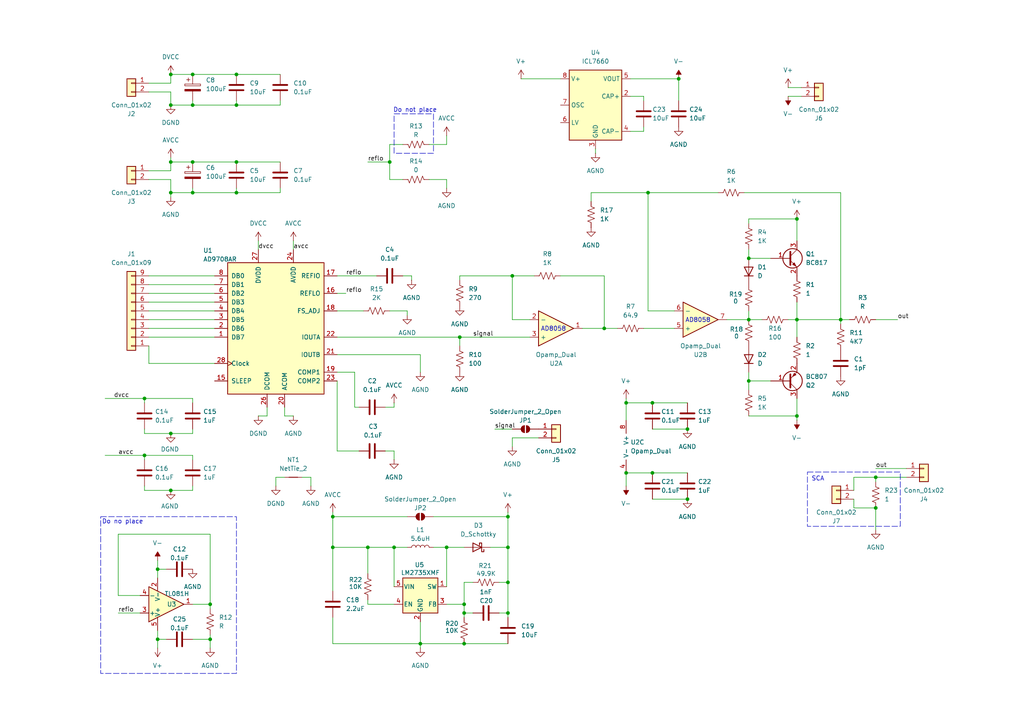
<source format=kicad_sch>
(kicad_sch (version 20231120) (generator "eeschema") (generator_version "8.0")
  (paper "A4")
  (title_block (title "Power Glitcher") (date "2024-12-08") (rev "3.0") (company "Carles Pey"))
  (junction (at 49.53 46.99))
  (junction (at 134.62 175.26))
  (junction (at 55.88 21.59))
  (junction (at 55.88 46.99))
  (junction (at 175.26 95.25))
  (junction (at 181.61 116.84))
  (junction (at 147.32 177.8))
  (junction (at 231.14 63.5))
  (junction (at 134.62 186.69))
  (junction (at 196.85 22.86))
  (junction (at 96.52 149.86))
  (junction (at 49.53 55.88))
  (junction (at 49.53 125.73))
  (junction (at 231.14 120.65))
  (junction (at 189.23 116.84))
  (junction (at 41.91 115.57))
  (junction (at 106.68 158.75))
  (junction (at 68.58 55.88))
  (junction (at 217.17 74.93))
  (junction (at 254 147.32))
  (junction (at 189.23 137.16))
  (junction (at 133.35 97.79))
  (junction (at 231.14 92.71))
  (junction (at 243.84 92.71))
  (junction (at 187.96 55.88))
  (junction (at 217.17 92.71))
  (junction (at 96.52 158.75))
  (junction (at 129.54 158.75))
  (junction (at 217.17 110.49))
  (junction (at 254 138.43))
  (junction (at 68.58 21.59))
  (junction (at 181.61 137.16))
  (junction (at 113.03 46.99))
  (junction (at 45.72 165.1))
  (junction (at 60.96 175.26))
  (junction (at 114.3 158.75))
  (junction (at 41.91 132.08))
  (junction (at 148.59 80.01))
  (junction (at 147.32 168.91))
  (junction (at 49.53 30.48))
  (junction (at 147.32 158.75))
  (junction (at 55.88 30.48))
  (junction (at 121.92 186.69))
  (junction (at 45.72 185.42))
  (junction (at 199.39 124.46))
  (junction (at 68.58 46.99))
  (junction (at 199.39 144.78))
  (junction (at 147.32 149.86))
  (junction (at 134.62 177.8))
  (junction (at 60.96 185.42))
  (junction (at 49.53 21.59))
  (junction (at 55.88 55.88))
  (junction (at 49.53 142.24))
  (junction (at 68.58 30.48))
  (wire (pts (xy 96.52 179.07) (xy 96.52 186.69)))
  (wire (pts (xy 45.72 185.42) (xy 48.26 185.42)))
  (wire (pts (xy 254 138.43) (xy 254 139.7)))
  (wire (pts (xy 90.17 140.97) (xy 90.17 138.43)))
  (wire (pts (xy 43.18 92.71) (xy 62.23 92.71)))
  (wire (pts (xy 228.6 25.4) (xy 232.41 25.4)))
  (wire (pts (xy 43.18 105.41) (xy 62.23 105.41)))
  (wire (pts (xy 134.62 179.07) (xy 134.62 177.8)))
  (wire (pts (xy 49.53 52.07) (xy 49.53 55.88)))
  (wire (pts (xy 49.53 24.13) (xy 49.53 21.59)))
  (wire (pts (xy 45.72 185.42) (xy 45.72 182.88)))
  (wire (pts (xy 111.76 118.11) (xy 114.3 118.11)))
  (wire (pts (xy 96.52 148.59) (xy 96.52 149.86)))
  (wire (pts (xy 49.53 49.53) (xy 43.18 49.53)))
  (wire (pts (xy 114.3 130.81) (xy 114.3 133.35)))
  (wire (pts (xy 134.62 186.69) (xy 147.32 186.69)))
  (wire (pts (xy 129.54 158.75) (xy 134.62 158.75)))
  (wire (pts (xy 134.62 175.26) (xy 134.62 177.8)))
  (wire (pts (xy 189.23 144.78) (xy 199.39 144.78)))
  (wire (pts (xy 82.55 120.65) (xy 82.55 118.11)))
  (wire (pts (xy 217.17 74.93) (xy 223.52 74.93)))
  (wire (pts (xy 181.61 137.16) (xy 181.61 140.97)))
  (wire (pts (xy 114.3 118.11) (xy 114.3 116.84)))
  (wire (pts (xy 60.96 154.94) (xy 60.96 175.26)))
  (wire (pts (xy 49.53 21.59) (xy 55.88 21.59)))
  (wire (pts (xy 113.03 90.17) (xy 118.11 90.17)))
  (wire (pts (xy 30.48 115.57) (xy 41.91 115.57)))
  (wire (pts (xy 55.88 142.24) (xy 55.88 140.97)))
  (wire (pts (xy 168.91 95.25) (xy 175.26 95.25)))
  (wire (pts (xy 129.54 158.75) (xy 129.54 170.18)))
  (wire (pts (xy 96.52 149.86) (xy 96.52 158.75)))
  (wire (pts (xy 187.96 55.88) (xy 208.28 55.88)))
  (wire (pts (xy 111.76 130.81) (xy 114.3 130.81)))
  (wire (pts (xy 133.35 81.28) (xy 133.35 80.01)))
  (wire (pts (xy 147.32 168.91) (xy 147.32 158.75)))
  (wire (pts (xy 43.18 90.17) (xy 62.23 90.17)))
  (wire (pts (xy 217.17 92.71) (xy 220.98 92.71)))
  (wire (pts (xy 55.88 55.88) (xy 68.58 55.88)))
  (wire (pts (xy 49.53 125.73) (xy 55.88 125.73)))
  (wire (pts (xy 113.03 46.99) (xy 113.03 52.07)))
  (wire (pts (xy 77.47 120.65) (xy 77.47 118.11)))
  (wire (pts (xy 171.45 58.42) (xy 171.45 55.88)))
  (wire (pts (xy 68.58 21.59) (xy 81.28 21.59)))
  (wire (pts (xy 68.58 30.48) (xy 81.28 30.48)))
  (wire (pts (xy 231.14 92.71) (xy 243.84 92.71)))
  (wire (pts (xy 217.17 63.5) (xy 217.17 64.77)))
  (wire (pts (xy 106.68 46.99) (xy 113.03 46.99)))
  (wire (pts (xy 41.91 133.35) (xy 41.91 132.08)))
  (wire (pts (xy 125.73 149.86) (xy 147.32 149.86)))
  (wire (pts (xy 41.91 125.73) (xy 49.53 125.73)))
  (wire (pts (xy 80.01 138.43) (xy 82.55 138.43)))
  (wire (pts (xy 85.09 120.65) (xy 82.55 120.65)))
  (wire (pts (xy 121.92 180.34) (xy 121.92 186.69)))
  (wire (pts (xy 254 147.32) (xy 254 153.67)))
  (wire (pts (xy 49.53 55.88) (xy 55.88 55.88)))
  (wire (pts (xy 254 138.43) (xy 262.89 138.43)))
  (wire (pts (xy 34.29 154.94) (xy 60.96 154.94)))
  (wire (pts (xy 80.01 138.43) (xy 80.01 140.97)))
  (wire (pts (xy 60.96 185.42) (xy 60.96 184.15)))
  (wire (pts (xy 74.93 120.65) (xy 77.47 120.65)))
  (wire (pts (xy 147.32 148.59) (xy 147.32 149.86)))
  (wire (pts (xy 231.14 121.92) (xy 231.14 120.65)))
  (wire (pts (xy 96.52 186.69) (xy 121.92 186.69)))
  (wire (pts (xy 40.64 172.72) (xy 34.29 172.72)))
  (wire (pts (xy 96.52 158.75) (xy 96.52 171.45)))
  (wire (pts (xy 85.09 69.85) (xy 85.09 72.39)))
  (wire (pts (xy 106.68 158.75) (xy 114.3 158.75)))
  (wire (pts (xy 34.29 177.8) (xy 40.64 177.8)))
  (wire (pts (xy 114.3 158.75) (xy 114.3 170.18)))
  (wire (pts (xy 49.53 46.99) (xy 55.88 46.99)))
  (wire (pts (xy 106.68 158.75) (xy 106.68 166.37)))
  (wire (pts (xy 217.17 90.17) (xy 217.17 92.71)))
  (wire (pts (xy 121.92 102.87) (xy 97.79 102.87)))
  (wire (pts (xy 55.88 125.73) (xy 55.88 124.46)))
  (wire (pts (xy 30.48 132.08) (xy 41.91 132.08)))
  (wire (pts (xy 124.46 52.07) (xy 129.54 52.07)))
  (wire (pts (xy 43.18 87.63) (xy 62.23 87.63)))
  (wire (pts (xy 41.91 124.46) (xy 41.91 125.73)))
  (wire (pts (xy 134.62 177.8) (xy 137.16 177.8)))
  (wire (pts (xy 49.53 46.99) (xy 49.53 49.53)))
  (wire (pts (xy 97.79 107.95) (xy 102.87 107.95)))
  (wire (pts (xy 144.78 168.91) (xy 147.32 168.91)))
  (wire (pts (xy 90.17 138.43) (xy 87.63 138.43)))
  (wire (pts (xy 45.72 162.56) (xy 45.72 165.1)))
  (wire (pts (xy 81.28 30.48) (xy 81.28 29.21)))
  (wire (pts (xy 55.88 54.61) (xy 55.88 55.88)))
  (wire (pts (xy 125.73 158.75) (xy 129.54 158.75)))
  (wire (pts (xy 228.6 92.71) (xy 231.14 92.71)))
  (wire (pts (xy 134.62 168.91) (xy 134.62 175.26)))
  (wire (pts (xy 182.88 22.86) (xy 196.85 22.86)))
  (wire (pts (xy 129.54 39.37) (xy 129.54 41.91)))
  (wire (pts (xy 134.62 168.91) (xy 137.16 168.91)))
  (wire (pts (xy 43.18 85.09) (xy 62.23 85.09)))
  (wire (pts (xy 49.53 30.48) (xy 55.88 30.48)))
  (wire (pts (xy 97.79 110.49) (xy 97.79 130.81)))
  (wire (pts (xy 189.23 124.46) (xy 199.39 124.46)))
  (wire (pts (xy 254 92.71) (xy 260.35 92.71)))
  (wire (pts (xy 45.72 165.1) (xy 48.26 165.1)))
  (wire (pts (xy 49.53 55.88) (xy 49.53 57.15)))
  (wire (pts (xy 232.41 27.94) (xy 228.6 27.94)))
  (wire (pts (xy 45.72 187.96) (xy 45.72 185.42)))
  (wire (pts (xy 231.14 92.71) (xy 231.14 97.79)))
  (wire (pts (xy 153.67 92.71) (xy 148.59 92.71)))
  (wire (pts (xy 162.56 80.01) (xy 175.26 80.01)))
  (wire (pts (xy 96.52 149.86) (xy 118.11 149.86)))
  (wire (pts (xy 231.14 63.5) (xy 217.17 63.5)))
  (wire (pts (xy 106.68 175.26) (xy 114.3 175.26)))
  (wire (pts (xy 181.61 116.84) (xy 181.61 121.92)))
  (wire (pts (xy 102.87 107.95) (xy 102.87 118.11)))
  (wire (pts (xy 49.53 45.72) (xy 49.53 46.99)))
  (wire (pts (xy 97.79 130.81) (xy 104.14 130.81)))
  (wire (pts (xy 113.03 41.91) (xy 113.03 46.99)))
  (wire (pts (xy 68.58 46.99) (xy 81.28 46.99)))
  (wire (pts (xy 147.32 177.8) (xy 144.78 177.8)))
  (wire (pts (xy 81.28 55.88) (xy 81.28 54.61)))
  (wire (pts (xy 68.58 30.48) (xy 68.58 29.21)))
  (wire (pts (xy 186.69 95.25) (xy 195.58 95.25)))
  (wire (pts (xy 68.58 55.88) (xy 81.28 55.88)))
  (wire (pts (xy 151.13 22.86) (xy 162.56 22.86)))
  (wire (pts (xy 43.18 80.01) (xy 62.23 80.01)))
  (wire (pts (xy 133.35 97.79) (xy 153.67 97.79)))
  (wire (pts (xy 55.88 29.21) (xy 55.88 30.48)))
  (wire (pts (xy 119.38 80.01) (xy 119.38 81.28)))
  (wire (pts (xy 215.9 55.88) (xy 243.84 55.88)))
  (wire (pts (xy 247.65 138.43) (xy 254 138.43)))
  (wire (pts (xy 118.11 90.17) (xy 118.11 91.44)))
  (wire (pts (xy 41.91 132.08) (xy 55.88 132.08)))
  (wire (pts (xy 243.84 92.71) (xy 246.38 92.71)))
  (wire (pts (xy 186.69 38.1) (xy 186.69 36.83)))
  (wire (pts (xy 182.88 27.94) (xy 186.69 27.94)))
  (wire (pts (xy 74.93 69.85) (xy 74.93 72.39)))
  (wire (pts (xy 147.32 179.07) (xy 147.32 177.8)))
  (wire (pts (xy 113.03 52.07) (xy 116.84 52.07)))
  (wire (pts (xy 254 135.89) (xy 262.89 135.89)))
  (wire (pts (xy 60.96 176.53) (xy 60.96 175.26)))
  (wire (pts (xy 55.88 21.59) (xy 68.58 21.59)))
  (wire (pts (xy 60.96 175.26) (xy 55.88 175.26)))
  (wire (pts (xy 243.84 92.71) (xy 243.84 93.98)))
  (wire (pts (xy 147.32 149.86) (xy 147.32 158.75)))
  (wire (pts (xy 148.59 127) (xy 156.21 127)))
  (wire (pts (xy 55.88 115.57) (xy 55.88 116.84)))
  (wire (pts (xy 217.17 72.39) (xy 217.17 74.93)))
  (wire (pts (xy 247.65 142.24) (xy 247.65 138.43)))
  (wire (pts (xy 68.58 55.88) (xy 68.58 54.61)))
  (wire (pts (xy 97.79 97.79) (xy 133.35 97.79)))
  (wire (pts (xy 231.14 120.65) (xy 231.14 115.57)))
  (wire (pts (xy 43.18 24.13) (xy 49.53 24.13)))
  (wire (pts (xy 43.18 26.67) (xy 49.53 26.67)))
  (wire (pts (xy 121.92 186.69) (xy 134.62 186.69)))
  (wire (pts (xy 49.53 26.67) (xy 49.53 30.48)))
  (wire (pts (xy 49.53 142.24) (xy 55.88 142.24)))
  (wire (pts (xy 217.17 120.65) (xy 231.14 120.65)))
  (wire (pts (xy 41.91 115.57) (xy 55.88 115.57)))
  (wire (pts (xy 96.52 158.75) (xy 106.68 158.75)))
  (wire (pts (xy 189.23 137.16) (xy 199.39 137.16)))
  (wire (pts (xy 43.18 100.33) (xy 43.18 105.41)))
  (wire (pts (xy 148.59 80.01) (xy 154.94 80.01)))
  (wire (pts (xy 121.92 107.95) (xy 121.92 102.87)))
  (wire (pts (xy 97.79 90.17) (xy 105.41 90.17)))
  (wire (pts (xy 181.61 116.84) (xy 189.23 116.84)))
  (wire (pts (xy 43.18 82.55) (xy 62.23 82.55)))
  (wire (pts (xy 148.59 129.54) (xy 148.59 127)))
  (wire (pts (xy 143.51 124.46) (xy 148.59 124.46)))
  (wire (pts (xy 210.82 92.71) (xy 217.17 92.71)))
  (wire (pts (xy 133.35 100.33) (xy 133.35 97.79)))
  (wire (pts (xy 45.72 165.1) (xy 45.72 167.64)))
  (wire (pts (xy 231.14 69.85) (xy 231.14 63.5)))
  (wire (pts (xy 182.88 38.1) (xy 186.69 38.1)))
  (wire (pts (xy 41.91 142.24) (xy 49.53 142.24)))
  (wire (pts (xy 181.61 137.16) (xy 189.23 137.16)))
  (wire (pts (xy 171.45 55.88) (xy 187.96 55.88)))
  (wire (pts (xy 217.17 107.95) (xy 217.17 110.49)))
  (wire (pts (xy 60.96 187.96) (xy 60.96 185.42)))
  (wire (pts (xy 41.91 116.84) (xy 41.91 115.57)))
  (wire (pts (xy 133.35 80.01) (xy 148.59 80.01)))
  (wire (pts (xy 34.29 172.72) (xy 34.29 154.94)))
  (wire (pts (xy 121.92 187.96) (xy 121.92 186.69)))
  (wire (pts (xy 231.14 87.63) (xy 231.14 92.71)))
  (wire (pts (xy 43.18 52.07) (xy 49.53 52.07)))
  (wire (pts (xy 43.18 95.25) (xy 62.23 95.25)))
  (wire (pts (xy 55.88 46.99) (xy 68.58 46.99)))
  (wire (pts (xy 113.03 41.91) (xy 116.84 41.91)))
  (wire (pts (xy 43.18 97.79) (xy 62.23 97.79)))
  (wire (pts (xy 172.72 44.45) (xy 172.72 43.18)))
  (wire (pts (xy 148.59 92.71) (xy 148.59 80.01)))
  (wire (pts (xy 116.84 80.01) (xy 119.38 80.01)))
  (wire (pts (xy 41.91 140.97) (xy 41.91 142.24)))
  (wire (pts (xy 243.84 92.71) (xy 243.84 55.88)))
  (wire (pts (xy 181.61 115.57) (xy 181.61 116.84)))
  (wire (pts (xy 124.46 41.91) (xy 129.54 41.91)))
  (wire (pts (xy 189.23 116.84) (xy 199.39 116.84)))
  (wire (pts (xy 175.26 80.01) (xy 175.26 95.25)))
  (wire (pts (xy 217.17 113.03) (xy 217.17 110.49)))
  (wire (pts (xy 147.32 168.91) (xy 147.32 177.8)))
  (wire (pts (xy 129.54 52.07) (xy 129.54 54.61)))
  (wire (pts (xy 196.85 22.86) (xy 196.85 29.21)))
  (wire (pts (xy 195.58 90.17) (xy 187.96 90.17)))
  (wire (pts (xy 129.54 175.26) (xy 134.62 175.26)))
  (wire (pts (xy 97.79 80.01) (xy 109.22 80.01)))
  (wire (pts (xy 55.88 30.48) (xy 68.58 30.48)))
  (wire (pts (xy 187.96 90.17) (xy 187.96 55.88)))
  (wire (pts (xy 247.65 144.78) (xy 247.65 147.32)))
  (wire (pts (xy 55.88 132.08) (xy 55.88 133.35)))
  (wire (pts (xy 247.65 147.32) (xy 254 147.32)))
  (wire (pts (xy 217.17 110.49) (xy 223.52 110.49)))
  (wire (pts (xy 186.69 27.94) (xy 186.69 29.21)))
  (wire (pts (xy 175.26 95.25) (xy 179.07 95.25)))
  (wire (pts (xy 97.79 85.09) (xy 100.33 85.09)))
  (wire (pts (xy 102.87 118.11) (xy 104.14 118.11)))
  (wire (pts (xy 114.3 158.75) (xy 118.11 158.75)))
  (wire (pts (xy 106.68 173.99) (xy 106.68 175.26)))
  (wire (pts (xy 142.24 158.75) (xy 147.32 158.75)))
  (wire (pts (xy 55.88 185.42) (xy 60.96 185.42)))
  (rectangle (start 29.21 149.86) (end 68.58 195.326) (stroke (width 0) (type dash)))
  (rectangle (start 114.3 33.02) (end 125.73 44.45) (stroke (width 0) (type dash)))
  (rectangle (start 234.188 136.906) (end 261.112 152.654) (stroke (width 0) (type dash)))
  (text "AD8058" (at 202.438 92.964 0) (effects (font (size 1.27 1.27))))
  (text "AD8058" (at 160.528 95.504 0) (effects (font (size 1.27 1.27))))
  (text "SCA\n" (at 237.236 138.938 0) (effects (font (size 1.27 1.27))))
  (text "Do not place" (at 120.396 32.004 0) (effects (font (size 1.27 1.27))))
  (text "Do no place" (at 35.56 151.384 0) (effects (font (size 1.27 1.27))))
  (label "dvcc" (at 74.93 72.39 0))
  (label "dvcc" (at 33.02 115.57 0))
  (label "signal" (at 143.51 124.46 0))
  (label "out" (at 260.35 92.71 0))
  (label "out" (at 254 135.89 0))
  (label "refio" (at 34.29 177.8 0))
  (label "reflo" (at 106.68 46.99 0))
  (label "refio" (at 100.33 80.01 0))
  (label "avcc" (at 34.29 132.08 0))
  (label "signal" (at 137.16 97.79 0))
  (label "avcc" (at 85.09 72.39 0))
  (label "reflo" (at 100.33 85.09 0))
  (symbol (lib_id "power:VCC") (at 85.09 69.85 0) (unit 1)
    (property "Reference" "#PWR010" (effects (hide yes)))
    (property "Value" "AVCC" (at 85.09 64.77 0))
    (property "Description" "Power symbol creates a global label with name \"VCC\"" (effects (hide yes)))
  )
  (symbol (lib_id "Device:C") (at 55.88 120.65 0) (unit 1)
    (property "Reference" "C15" (at 58.928 119.38 0) (effects (justify left)))
    (property "Value" "1uF" (at 58.928 121.92 0) (effects (justify left)))
    (property "Footprint" "Capacitor_SMD:C_0805_2012Metric" (effects (hide yes)))
    (property "Description" "Unpolarized capacitor" (effects (hide yes)))
  )
  (symbol (lib_id "power:GND") (at 49.53 142.24 0) (unit 1)
    (property "Reference" "#PWR031" (effects (hide yes)))
    (property "Value" "AGND" (at 49.276 146.812 0))
    (property "Description" "Power symbol creates a global label with name \"GND\" , ground" (effects (hide yes)))
  )
  (symbol (lib_id "Device:D") (at 217.17 78.74 90) (unit 1)
    (property "Reference" "D1" (at 219.71 77.4699 90) (effects (justify right)))
    (property "Value" "D" (at 219.71 80.0099 90) (effects (justify right)))
    (property "Footprint" "Diode_SMD:D_0805_2012Metric_Pad1.15x1.40mm_HandSolder" (effects (hide yes)))
    (property "Description" "Diode" (effects (hide yes)))
    (property "Sim.Device" "D" (effects (hide yes)))
    (property "Sim.Pins" "1=K 2=A" (effects (hide yes)))
  )
  (symbol (lib_id "Device:R_US") (at 217.17 96.52 180) (unit 1)
    (property "Reference" "R18" (at 213.614 95.504 0))
    (property "Value" "0" (at 213.614 97.536 0))
    (property "Footprint" "Resistor_SMD:R_0805_2012Metric" (effects (hide yes)))
    (property "Description" "Resistor, US symbol" (effects (hide yes)))
  )
  (symbol (lib_id "power:VCC") (at 114.3 116.84 0) (unit 1)
    (property "Reference" "#PWR014" (effects (hide yes)))
    (property "Value" "AVCC" (at 114.3 111.76 0))
    (property "Description" "Power symbol creates a global label with name \"VCC\"" (effects (hide yes)))
  )
  (symbol (lib_id "Device:R_US") (at 109.22 90.17 270) (unit 1)
    (property "Reference" "R15" (at 109.22 83.82 90))
    (property "Value" "2K" (at 109.22 86.36 90))
    (property "Footprint" "Resistor_SMD:R_0805_2012Metric" (effects (hide yes)))
    (property "Description" "Resistor, US symbol" (effects (hide yes)))
  )
  (symbol (lib_id "Transistor_BJT:BC817") (at 228.6 74.93 0) (unit 1)
    (property "Reference" "Q1" (at 233.68 73.6599 0) (effects (justify left)))
    (property "Value" "BC817" (at 233.68 76.1999 0) (effects (justify left)))
    (property "Footprint" "Package_TO_SOT_SMD:SOT-23" (effects (hide yes)))
    (property "Datasheet" "https://www.onsemi.com/pub/Collateral/BC818-D.pdf" (effects (hide yes)))
    (property "Description" "0.8A Ic, 45V Vce, NPN Transistor, SOT-23" (effects (hide yes)))
  )
  (symbol (lib_id "power:-15V") (at 45.72 162.56 0) (unit 1)
    (property "Reference" "#PWR017" (effects (hide yes)))
    (property "Value" "V-" (at 45.72 157.48 0))
    (property "Description" "Power symbol creates a global label with name \"-15V\"" (effects (hide yes)))
  )
  (symbol (lib_id "Device:C") (at 41.91 120.65 0) (unit 1)
    (property "Reference" "C14" (at 44.958 119.38 0) (effects (justify left)))
    (property "Value" "0.1uF" (at 44.958 121.92 0) (effects (justify left)))
    (property "Footprint" "Capacitor_SMD:C_0805_2012Metric" (effects (hide yes)))
    (property "Description" "Unpolarized capacitor" (effects (hide yes)))
  )
  (symbol (lib_id "Connector_Generic:Conn_01x02") (at 237.49 25.4 0) (unit 1)
    (property "Reference" "J6" (at 237.49 34.29 0))
    (property "Value" "Conn_01x02" (at 237.49 31.75 0))
    (property "Footprint" "Connector_PinHeader_2.54mm:PinHeader_1x02_P2.54mm_Vertical" (effects (hide yes)))
    (property "Description" "Generic connector, single row, 01x02, script generated (kicad-library-utils/schlib/autogen/connector/)" (effects (hide yes)))
  )
  (symbol (lib_id "Device:R_US") (at 140.97 168.91 90) (unit 1)
    (property "Reference" "R21" (at 140.716 164.084 90))
    (property "Value" "49.9K" (at 140.97 166.37 90))
    (property "Footprint" "Resistor_SMD:R_0805_2012Metric" (effects (hide yes)))
    (property "Description" "Resistor, US symbol" (effects (hide yes)))
  )
  (symbol (lib_id "power:+15V") (at 231.14 63.5 0) (unit 1)
    (property "Reference" "#PWR05" (effects (hide yes)))
    (property "Value" "V+" (at 231.14 58.42 0))
    (property "Description" "Power symbol creates a global label with name \"+15V\"" (effects (hide yes)))
  )
  (symbol (lib_id "power:GND") (at 133.35 88.9 0) (unit 1)
    (property "Reference" "#PWR02" (effects (hide yes)))
    (property "Value" "AGND" (at 133.35 93.98 0))
    (property "Description" "Power symbol creates a global label with name \"GND\" , ground" (effects (hide yes)))
  )
  (symbol (lib_id "power:VCC") (at 74.93 69.85 0) (unit 1)
    (property "Reference" "#PWR011" (effects (hide yes)))
    (property "Value" "DVCC" (at 74.93 64.77 0))
    (property "Description" "Power symbol creates a global label with name \"VCC\"" (effects (hide yes)))
  )
  (symbol (lib_id "Device:R_US") (at 224.79 92.71 90) (unit 1)
    (property "Reference" "R16" (at 224.79 95.25 90))
    (property "Value" "100" (at 224.79 97.79 90))
    (property "Footprint" "Resistor_SMD:R_0805_2012Metric" (effects (hide yes)))
    (property "Description" "Resistor, US symbol" (effects (hide yes)))
  )
  (symbol (lib_id "power:-15V") (at 196.85 22.86 0) (unit 1)
    (property "Reference" "#PWR033" (effects (hide yes)))
    (property "Value" "V-" (at 196.85 17.78 0))
    (property "Description" "Power symbol creates a global label with name \"-15V\"" (effects (hide yes)))
  )
  (symbol (lib_id "Connector_Generic:Conn_01x02") (at 267.97 135.89 0) (unit 1)
    (property "Reference" "J4" (at 267.97 144.78 0))
    (property "Value" "Conn_01x02" (at 267.97 142.24 0))
    (property "Footprint" "Connector_PinHeader_2.54mm:PinHeader_1x02_P2.54mm_Vertical" (effects (hide yes)))
    (property "Description" "Generic connector, single row, 01x02, script generated (kicad-library-utils/schlib/autogen/connector/)" (effects (hide yes)))
  )
  (symbol (lib_id "power:GND") (at 199.39 124.46 0) (unit 1)
    (property "Reference" "#PWR041" (effects (hide yes)))
    (property "Value" "AGND" (at 199.39 129.54 0))
    (property "Description" "Power symbol creates a global label with name \"GND\" , ground" (effects (hide yes)))
  )
  (symbol (lib_id "power:-15V") (at 231.14 121.92 180) (unit 1)
    (property "Reference" "#PWR04" (effects (hide yes)))
    (property "Value" "V-" (at 231.14 127 0))
    (property "Description" "Power symbol creates a global label with name \"-15V\"" (effects (hide yes)))
  )
  (symbol (lib_id "Device:C") (at 68.58 25.4 0) (unit 1)
    (property "Reference" "C9" (at 72.39 24.1299 0) (effects (justify left)))
    (property "Value" "10uF" (at 72.39 26.6699 0) (effects (justify left)))
    (property "Footprint" "Capacitor_SMD:C_1210_3225Metric" (effects (hide yes)))
    (property "Description" "Unpolarized capacitor" (effects (hide yes)))
  )
  (symbol (lib_id "Connector_Generic:Conn_01x02") (at 161.29 124.46 0) (unit 1)
    (property "Reference" "J5" (at 161.29 133.35 0))
    (property "Value" "Conn_01x02" (at 161.29 130.81 0))
    (property "Footprint" "Connector_PinHeader_2.54mm:PinHeader_1x02_P2.54mm_Vertical" (effects (hide yes)))
    (property "Description" "Generic connector, single row, 01x02, script generated (kicad-library-utils/schlib/autogen/connector/)" (effects (hide yes)))
  )
  (symbol (lib_id "Device:R_US") (at 217.17 86.36 180) (unit 1)
    (property "Reference" "R19" (at 213.36 85.344 0))
    (property "Value" "0" (at 213.36 87.376 0))
    (property "Footprint" "Resistor_SMD:R_0805_2012Metric" (effects (hide yes)))
    (property "Description" "Resistor, US symbol" (effects (hide yes)))
  )
  (symbol (lib_id "power:GND") (at 121.92 187.96 0) (unit 1)
    (property "Reference" "#PWR035" (effects (hide yes)))
    (property "Value" "AGND" (at 121.92 193.04 0))
    (property "Description" "Power symbol creates a global label with name \"GND\" , ground" (effects (hide yes)))
  )
  (symbol (lib_id "Device:C") (at 199.39 120.65 0) (unit 1)
    (property "Reference" "C13" (at 202.438 119.38 0) (effects (justify left)))
    (property "Value" "1uF" (at 202.438 121.92 0) (effects (justify left)))
    (property "Footprint" "Capacitor_SMD:C_0805_2012Metric" (effects (hide yes)))
    (property "Description" "Unpolarized capacitor" (effects (hide yes)))
  )
  (symbol (lib_id "Device:R_US") (at 171.45 62.23 180) (unit 1)
    (property "Reference" "R17" (at 173.99 60.9599 0) (effects (justify right)))
    (property "Value" "1K" (at 173.99 63.4999 0) (effects (justify right)))
    (property "Footprint" "Resistor_SMD:R_0805_2012Metric" (effects (hide yes)))
    (property "Description" "Resistor, US symbol" (effects (hide yes)))
  )
  (symbol (lib_id "Connector_Generic:Conn_01x02") (at 38.1 24.13 0) (mirror y) (unit 1)
    (property "Reference" "J2" (at 38.1 33.02 0))
    (property "Value" "Conn_01x02" (at 38.1 30.48 0))
    (property "Footprint" "Connector_PinHeader_2.54mm:PinHeader_1x02_P2.54mm_Vertical" (effects (hide yes)))
    (property "Description" "Generic connector, single row, 01x02, script generated (kicad-library-utils/schlib/autogen/connector/)" (effects (hide yes)))
  )
  (symbol (lib_id "power:GND") (at 133.35 107.95 0) (unit 1)
    (property "Reference" "#PWR01" (effects (hide yes)))
    (property "Value" "AGND" (at 133.35 113.03 0))
    (property "Description" "Power symbol creates a global label with name \"GND\" , ground" (effects (hide yes)))
  )
  (symbol (lib_id "power:GND") (at 55.88 165.1 0) (unit 1)
    (property "Reference" "#PWR028" (effects (hide yes)))
    (property "Value" "AGND" (at 55.88 170.18 0))
    (property "Description" "Power symbol creates a global label with name \"GND\" , ground" (effects (hide yes)))
  )
  (symbol (lib_id "Device:R_US") (at 60.96 180.34 180) (unit 1)
    (property "Reference" "R12" (at 63.5 179.0699 0) (effects (justify right)))
    (property "Value" "R" (at 63.5 181.6099 0) (effects (justify right)))
    (property "Footprint" "Resistor_SMD:R_0805_2012Metric" (effects (hide yes)))
    (property "Description" "Resistor, US symbol" (effects (hide yes)))
  )
  (symbol (lib_id "Amplifier_Operational:ADA4610-1xRJ") (at 48.26 175.26 0) (mirror x) (unit 1)
    (property "Reference" "U3" (at 49.784 175.26 0))
    (property "Value" "TL081H" (at 51.308 172.212 0))
    (property "Footprint" "Package_TO_SOT_SMD:SOT-23-5" (effects (hide yes)))
    (property "Datasheet" "https://www.analog.com/media/en/technical-documentation/data-sheets/ADA4610-1_4610-2_4610-4.pdf" (effects (hide yes)))
    (property "Description" "Low Noise, Precision, Rail-to-Rail Output, JFET Single Op Amp, SOT-23-5" (effects (hide yes)))
  )
  (symbol (lib_id "power:GND") (at 196.85 36.83 0) (unit 1)
    (property "Reference" "#PWR044" (effects (hide yes)))
    (property "Value" "AGND" (at 196.85 41.91 0))
    (property "Description" "Power symbol creates a global label with name \"GND\" , ground" (effects (hide yes)))
  )
  (symbol (lib_id "Transistor_BJT:BC807") (at 228.6 110.49 0) (mirror x) (unit 1)
    (property "Reference" "Q2" (at 233.68 111.7601 0) (effects (justify left)))
    (property "Value" "BC807" (at 233.68 109.2201 0) (effects (justify left)))
    (property "Footprint" "Package_TO_SOT_SMD:SOT-23" (effects (hide yes)))
    (property "Datasheet" "https://www.onsemi.com/pub/Collateral/BC808-D.pdf" (effects (hide yes)))
    (property "Description" "0.8A Ic, 45V Vce, PNP Transistor, SOT-23" (effects (hide yes)))
  )
  (symbol (lib_id "Device:C") (at 107.95 118.11 90) (unit 1)
    (property "Reference" "C2" (at 107.95 110.49 90))
    (property "Value" "0.1uF" (at 107.95 113.03 90))
    (property "Footprint" "Capacitor_SMD:C_0805_2012Metric" (effects (hide yes)))
    (property "Description" "Unpolarized capacitor" (effects (hide yes)))
  )
  (symbol (lib_id "Device:C") (at 52.07 185.42 270) (mirror x) (unit 1)
    (property "Reference" "C25" (at 52.07 179.578 90))
    (property "Value" "0.1uF" (at 52.07 182.118 90))
    (property "Footprint" "Capacitor_SMD:C_0805_2012Metric" (effects (hide yes)))
    (property "Description" "Unpolarized capacitor" (effects (hide yes)))
  )
  (symbol (lib_id "power:GND") (at 129.54 54.61 0) (unit 1)
    (property "Reference" "#PWR019" (effects (hide yes)))
    (property "Value" "AGND" (at 129.54 59.69 0))
    (property "Description" "Power symbol creates a global label with name \"GND\" , ground" (effects (hide yes)))
  )
  (symbol (lib_id "power:GND") (at 118.11 91.44 0) (unit 1)
    (property "Reference" "#PWR021" (effects (hide yes)))
    (property "Value" "AGND" (at 118.11 96.52 0))
    (property "Description" "Power symbol creates a global label with name \"GND\" , ground" (effects (hide yes)))
  )
  (symbol (lib_id "Device:C") (at 41.91 137.16 0) (unit 1)
    (property "Reference" "C16" (at 44.958 135.89 0) (effects (justify left)))
    (property "Value" "0.1uF" (at 44.958 138.43 0) (effects (justify left)))
    (property "Footprint" "Capacitor_SMD:C_0805_2012Metric" (effects (hide yes)))
    (property "Description" "Unpolarized capacitor" (effects (hide yes)))
  )
  (symbol (lib_id "Connector_Generic:Conn_01x09") (at 38.1 90.17 180) (unit 1)
    (property "Reference" "J1" (at 38.1 73.66 0))
    (property "Value" "Conn_01x09" (at 38.1 76.2 0))
    (property "Footprint" "Connector_PinHeader_2.54mm:PinHeader_1x09_P2.54mm_Vertical" (effects (hide yes)))
    (property "Description" "Generic connector, single row, 01x09, script generated (kicad-library-utils/schlib/autogen/connector/)" (effects (hide yes)))
  )
  (symbol (lib_id "Device:C") (at 199.39 140.97 0) (unit 1)
    (property "Reference" "C22" (at 202.438 139.7 0) (effects (justify left)))
    (property "Value" "1uF" (at 202.438 142.24 0) (effects (justify left)))
    (property "Footprint" "Capacitor_SMD:C_0805_2012Metric" (effects (hide yes)))
    (property "Description" "Unpolarized capacitor" (effects (hide yes)))
  )
  (symbol (lib_id "Device:D") (at 217.17 104.14 90) (unit 1)
    (property "Reference" "D2" (at 219.71 102.8699 90) (effects (justify right)))
    (property "Value" "D" (at 219.71 105.4099 90) (effects (justify right)))
    (property "Footprint" "Diode_SMD:D_0805_2012Metric_Pad1.15x1.40mm_HandSolder" (effects (hide yes)))
    (property "Description" "Diode" (effects (hide yes)))
    (property "Sim.Device" "D" (effects (hide yes)))
    (property "Sim.Pins" "1=K 2=A" (effects (hide yes)))
  )
  (symbol (lib_id "Device:L") (at 121.92 158.75 90) (unit 1)
    (property "Reference" "L1" (at 121.92 153.67 90))
    (property "Value" "5.6uH" (at 121.92 156.21 90))
    (property "Footprint" "Inductor_SMD:L_Vishay_IHLP-1616" (effects (hide yes)))
    (property "Description" "Inductor" (effects (hide yes)))
  )
  (symbol (lib_id "power:GND") (at 199.39 144.78 0) (unit 1)
    (property "Reference" "#PWR042" (effects (hide yes)))
    (property "Value" "AGND" (at 199.39 149.86 0))
    (property "Description" "Power symbol creates a global label with name \"GND\" , ground" (effects (hide yes)))
  )
  (symbol (lib_id "power:GND") (at 121.92 107.95 0) (unit 1)
    (property "Reference" "#PWR012" (effects (hide yes)))
    (property "Value" "AGND" (at 121.92 113.03 0))
    (property "Description" "Power symbol creates a global label with name \"GND\" , ground" (effects (hide yes)))
  )
  (symbol (lib_id "power:VCC") (at 129.54 39.37 0) (unit 1)
    (property "Reference" "#PWR020" (effects (hide yes)))
    (property "Value" "AVCC" (at 129.54 34.29 0))
    (property "Description" "Power symbol creates a global label with name \"VCC\"" (effects (hide yes)))
  )
  (symbol (lib_id "power:GND") (at 74.93 120.65 0) (unit 1)
    (property "Reference" "#PWR07" (effects (hide yes)))
    (property "Value" "DGND" (at 74.93 125.73 0))
    (property "Description" "Power symbol creates a global label with name \"GND\" , ground" (effects (hide yes)))
  )
  (symbol (lib_id "power:-15V") (at 228.6 27.94 180) (unit 1)
    (property "Reference" "#PWR08" (effects (hide yes)))
    (property "Value" "V-" (at 228.6 33.02 0))
    (property "Description" "Power symbol creates a global label with name \"-15V\"" (effects (hide yes)))
  )
  (symbol (lib_id "power:VCC") (at 49.53 45.72 0) (unit 1)
    (property "Reference" "#PWR026" (effects (hide yes)))
    (property "Value" "AVCC" (at 49.53 40.64 0))
    (property "Description" "Power symbol creates a global label with name \"VCC\"" (effects (hide yes)))
  )
  (symbol (lib_id "power:GND") (at 49.53 30.48 0) (unit 1)
    (property "Reference" "#PWR024" (effects (hide yes)))
    (property "Value" "DGND" (at 49.53 35.56 0))
    (property "Description" "Power symbol creates a global label with name \"GND\" , ground" (effects (hide yes)))
  )
  (symbol (lib_id "Device:C") (at 189.23 140.97 0) (unit 1)
    (property "Reference" "C21" (at 191.77 139.6999 0) (effects (justify left)))
    (property "Value" "0.1uF" (at 191.77 142.2399 0) (effects (justify left)))
    (property "Footprint" "Capacitor_SMD:C_0805_2012Metric" (effects (hide yes)))
    (property "Description" "Unpolarized capacitor" (effects (hide yes)))
  )
  (symbol (lib_id "power:GND") (at 254 153.67 0) (unit 1)
    (property "Reference" "#PWR029" (effects (hide yes)))
    (property "Value" "AGND" (at 254 158.75 0))
    (property "Description" "Power symbol creates a global label with name \"GND\" , ground" (effects (hide yes)))
  )
  (symbol (lib_id "power:VCC") (at 49.53 21.59 0) (unit 1)
    (property "Reference" "#PWR027" (effects (hide yes)))
    (property "Value" "DVCC" (at 49.53 16.51 0))
    (property "Description" "Power symbol creates a global label with name \"VCC\"" (effects (hide yes)))
  )
  (symbol (lib_id "power:+15V") (at 181.61 115.57 0) (unit 1)
    (property "Reference" "#PWR09" (effects (hide yes)))
    (property "Value" "V+" (at 181.61 110.49 0))
    (property "Description" "Power symbol creates a global label with name \"+15V\"" (effects (hide yes)))
  )
  (symbol (lib_id "Device:C") (at 186.69 33.02 0) (unit 1)
    (property "Reference" "C23" (at 189.23 31.75 0) (effects (justify left)))
    (property "Value" "10uF" (at 189.23 34.29 0) (effects (justify left)))
    (property "Footprint" "Capacitor_SMD:C_0805_2012Metric" (effects (hide yes)))
    (property "Description" "Unpolarized capacitor" (effects (hide yes)))
  )
  (symbol (lib_id "Device:C") (at 96.52 175.26 180) (unit 1)
    (property "Reference" "C18" (at 100.33 173.9899 0) (effects (justify right)))
    (property "Value" "2.2uF" (at 100.33 176.5299 0) (effects (justify right)))
    (property "Footprint" "Capacitor_SMD:C_0805_2012Metric" (effects (hide yes)))
    (property "Description" "Unpolarized capacitor" (effects (hide yes)))
  )
  (symbol (lib_id "Device:R_US") (at 217.17 68.58 180) (unit 1)
    (property "Reference" "R4" (at 219.71 67.3099 0) (effects (justify right)))
    (property "Value" "1K" (at 219.71 69.8499 0) (effects (justify right)))
    (property "Footprint" "Resistor_SMD:R_0805_2012Metric" (effects (hide yes)))
    (property "Description" "Resistor, US symbol" (effects (hide yes)))
  )
  (symbol (lib_id "Device:Opamp_Dual") (at 203.2 92.71 0) (mirror x) (unit 2)
    (property "Reference" "U2" (at 203.2 102.87 0))
    (property "Value" "Opamp_Dual" (at 203.2 100.33 0))
    (property "Footprint" "Package_SO:SOIC-8_3.9x4.9mm_P1.27mm" (effects (hide yes)))
    (property "Description" "Dual operational amplifier" (effects (hide yes)))
    (property "Sim.Library" "${KICAD7_SYMBOL_DIR}/Simulation_SPICE.sp" (effects (hide yes)))
    (property "Sim.Name" "kicad_builtin_opamp_dual" (effects (hide yes)))
    (property "Sim.Device" "SUBCKT" (effects (hide yes)))
    (property "Sim.Pins" "1=out1 2=in1- 3=in1+ 4=vee 5=in2+ 6=in2- 7=out2 8=vcc" (effects (hide yes)))
  )
  (symbol (lib_id "Device:C_Polarized") (at 55.88 50.8 0) (unit 1)
    (property "Reference" "C6" (at 59.69 48.6409 0) (effects (justify left)))
    (property "Value" "100uF" (at 59.69 51.1809 0) (effects (justify left)))
    (property "Footprint" "Capacitor_SMD:CP_Elec_6.3x5.8" (effects (hide yes)))
    (property "Description" "Polarized capacitor" (effects (hide yes)))
  )
  (symbol (lib_id "power:GND") (at 171.45 66.04 0) (unit 1)
    (property "Reference" "#PWR030" (effects (hide yes)))
    (property "Value" "AGND" (at 171.45 71.12 0))
    (property "Description" "Power symbol creates a global label with name \"GND\" , ground" (effects (hide yes)))
  )
  (symbol (lib_id "power:GND") (at 243.84 109.22 0) (unit 1)
    (property "Reference" "#PWR03" (effects (hide yes)))
    (property "Value" "AGND" (at 243.84 114.3 0))
    (property "Description" "Power symbol creates a global label with name \"GND\" , ground" (effects (hide yes)))
  )
  (symbol (lib_id "Device:R_US") (at 182.88 95.25 90) (unit 1)
    (property "Reference" "R7" (at 182.88 88.9 90))
    (property "Value" "64.9" (at 182.88 91.44 90))
    (property "Footprint" "Resistor_SMD:R_0805_2012Metric" (effects (hide yes)))
    (property "Description" "Resistor, US symbol" (effects (hide yes)))
  )
  (symbol (lib_id "power:GND") (at 49.53 57.15 0) (unit 1)
    (property "Reference" "#PWR025" (effects (hide yes)))
    (property "Value" "AGND" (at 49.53 62.23 0))
    (property "Description" "Power symbol creates a global label with name \"GND\" , ground" (effects (hide yes)))
  )
  (symbol (lib_id "Connector_Generic:Conn_01x02") (at 242.57 142.24 0) (mirror y) (unit 1)
    (property "Reference" "J7" (at 242.57 151.13 0))
    (property "Value" "Conn_01x02" (at 242.57 148.59 0))
    (property "Footprint" "Connector_PinHeader_2.54mm:PinHeader_1x02_P2.54mm_Vertical" (effects (hide yes)))
    (property "Description" "Generic connector, single row, 01x02, script generated (kicad-library-utils/schlib/autogen/connector/)" (effects (hide yes)))
  )
  (symbol (lib_id "Device:R_US") (at 133.35 85.09 180) (unit 1)
    (property "Reference" "R9" (at 135.89 83.8199 0) (effects (justify right)))
    (property "Value" "270" (at 135.89 86.3599 0) (effects (justify right)))
    (property "Footprint" "Resistor_SMD:R_0805_2012Metric" (effects (hide yes)))
    (property "Description" "Resistor, US symbol" (effects (hide yes)))
  )
  (symbol (lib_id "Device:Opamp_Dual") (at 184.15 129.54 0) (unit 3)
    (property "Reference" "U2" (at 182.88 128.2699 0) (effects (justify left)))
    (property "Value" "Opamp_Dual" (at 182.88 130.8099 0) (effects (justify left)))
    (property "Footprint" "Package_SO:SOIC-8_3.9x4.9mm_P1.27mm" (effects (hide yes)))
    (property "Description" "Dual operational amplifier" (effects (hide yes)))
    (property "Sim.Library" "${KICAD7_SYMBOL_DIR}/Simulation_SPICE.sp" (effects (hide yes)))
    (property "Sim.Name" "kicad_builtin_opamp_dual" (effects (hide yes)))
    (property "Sim.Device" "SUBCKT" (effects (hide yes)))
    (property "Sim.Pins" "1=out1 2=in1- 3=in1+ 4=vee 5=in2+ 6=in2- 7=out2 8=vcc" (effects (hide yes)))
  )
  (symbol (lib_id "Device:R_US") (at 231.14 101.6 0) (unit 1)
    (property "Reference" "R2" (at 233.68 100.3299 0) (effects (justify left)))
    (property "Value" "1" (at 233.68 102.8699 0) (effects (justify left)))
    (property "Footprint" "Resistor_SMD:R_0805_2012Metric" (effects (hide yes)))
    (property "Description" "Resistor, US symbol" (effects (hide yes)))
  )
  (symbol (lib_id "Device:R_US") (at 120.65 52.07 90) (mirror x) (unit 1)
    (property "Reference" "R14" (at 120.65 46.736 90))
    (property "Value" "0" (at 120.65 49.276 90))
    (property "Footprint" "Resistor_SMD:R_0805_2012Metric" (effects (hide yes)))
    (property "Description" "Resistor, US symbol" (effects (hide yes)))
  )
  (symbol (lib_id "Device:R_US") (at 231.14 83.82 0) (unit 1)
    (property "Reference" "R1" (at 233.68 82.5499 0) (effects (justify left)))
    (property "Value" "1" (at 233.68 85.0899 0) (effects (justify left)))
    (property "Footprint" "Resistor_SMD:R_0805_2012Metric" (effects (hide yes)))
    (property "Description" "Resistor, US symbol" (effects (hide yes)))
  )
  (symbol (lib_id "Device:C") (at 113.03 80.01 90) (unit 1)
    (property "Reference" "C4" (at 113.03 72.39 90))
    (property "Value" "0.1uF" (at 113.03 74.93 90))
    (property "Footprint" "Capacitor_SMD:C_0805_2012Metric" (effects (hide yes)))
    (property "Description" "Unpolarized capacitor" (effects (hide yes)))
  )
  (symbol (lib_id "Device:C") (at 55.88 137.16 0) (unit 1)
    (property "Reference" "C17" (at 58.928 135.89 0) (effects (justify left)))
    (property "Value" "1uF" (at 58.928 138.43 0) (effects (justify left)))
    (property "Footprint" "Capacitor_SMD:C_0805_2012Metric" (effects (hide yes)))
    (property "Description" "Unpolarized capacitor" (effects (hide yes)))
  )
  (symbol (lib_id "power:GND") (at 148.59 129.54 0) (unit 1)
    (property "Reference" "#PWR038" (effects (hide yes)))
    (property "Value" "AGND" (at 148.59 134.62 0))
    (property "Description" "Power symbol creates a global label with name \"GND\" , ground" (effects (hide yes)))
  )
  (symbol (lib_id "Device:C_Polarized") (at 55.88 25.4 0) (unit 1)
    (property "Reference" "C8" (at 59.69 23.2409 0) (effects (justify left)))
    (property "Value" "100uF" (at 59.69 25.7809 0) (effects (justify left)))
    (property "Footprint" "Capacitor_SMD:CP_Elec_6.3x5.8" (effects (hide yes)))
    (property "Description" "Polarized capacitor" (effects (hide yes)))
  )
  (symbol (lib_id "Device:C") (at 81.28 25.4 0) (unit 1)
    (property "Reference" "C10" (at 85.09 24.1299 0) (effects (justify left)))
    (property "Value" "0.1uF" (at 85.09 26.6699 0) (effects (justify left)))
    (property "Footprint" "Capacitor_SMD:C_0805_2012Metric" (effects (hide yes)))
    (property "Description" "Unpolarized capacitor" (effects (hide yes)))
  )
  (symbol (lib_id "power:-15V") (at 181.61 140.97 180) (unit 1)
    (property "Reference" "#PWR039" (effects (hide yes)))
    (property "Value" "V-" (at 181.61 146.05 0))
    (property "Description" "Power symbol creates a global label with name \"-15V\"" (effects (hide yes)))
  )
  (symbol (lib_id "Device:C") (at 147.32 182.88 180) (unit 1)
    (property "Reference" "C19" (at 151.13 181.6099 0) (effects (justify right)))
    (property "Value" "10uF" (at 151.13 184.1499 0) (effects (justify right)))
    (property "Footprint" "Capacitor_SMD:C_0805_2012Metric" (effects (hide yes)))
    (property "Description" "Unpolarized capacitor" (effects (hide yes)))
  )
  (symbol (lib_id "Device:R_US") (at 254 143.51 180) (unit 1)
    (property "Reference" "R23" (at 256.54 142.2399 0) (effects (justify right)))
    (property "Value" "1" (at 256.54 144.7799 0) (effects (justify right)))
    (property "Footprint" "Resistor_SMD:R_0805_2012Metric" (effects (hide yes)))
    (property "Description" "Resistor, US symbol" (effects (hide yes)))
  )
  (symbol (lib_id "Device:C") (at 140.97 177.8 270) (unit 1)
    (property "Reference" "C20" (at 143.002 174.244 90) (effects (justify right)))
    (property "Value" "1nF" (at 142.748 171.704 90) (effects (justify right)))
    (property "Footprint" "Capacitor_SMD:C_0603_1608Metric" (effects (hide yes)))
    (property "Description" "Unpolarized capacitor" (effects (hide yes)))
  )
  (symbol (lib_id "power:GND") (at 49.53 125.73 0) (unit 1)
    (property "Reference" "#PWR032" (effects (hide yes)))
    (property "Value" "DGND" (at 49.276 130.302 0))
    (property "Description" "Power symbol creates a global label with name \"GND\" , ground" (effects (hide yes)))
  )
  (symbol (lib_id "power:GND") (at 85.09 120.65 0) (unit 1)
    (property "Reference" "#PWR06" (effects (hide yes)))
    (property "Value" "AGND" (at 85.09 125.73 0))
    (property "Description" "Power symbol creates a global label with name \"GND\" , ground" (effects (hide yes)))
  )
  (symbol (lib_id "Device:R_US") (at 212.09 55.88 90) (unit 1)
    (property "Reference" "R6" (at 212.09 49.784 90))
    (property "Value" "1K" (at 212.09 52.324 90))
    (property "Footprint" "Resistor_SMD:R_0805_2012Metric" (effects (hide yes)))
    (property "Description" "Resistor, US symbol" (effects (hide yes)))
  )
  (symbol (lib_id "Device:C") (at 196.85 33.02 0) (unit 1)
    (property "Reference" "C24" (at 199.898 31.75 0) (effects (justify left)))
    (property "Value" "10uF" (at 199.898 34.29 0) (effects (justify left)))
    (property "Footprint" "Capacitor_SMD:C_0805_2012Metric" (effects (hide yes)))
    (property "Description" "Unpolarized capacitor" (effects (hide yes)))
  )
  (symbol (lib_id "Device:R_US") (at 158.75 80.01 90) (unit 1)
    (property "Reference" "R8" (at 158.75 73.66 90))
    (property "Value" "1K" (at 158.75 76.2 90))
    (property "Footprint" "Resistor_SMD:R_0805_2012Metric" (effects (hide yes)))
    (property "Description" "Resistor, US symbol" (effects (hide yes)))
  )
  (symbol (lib_id "power:GND") (at 90.17 140.97 0) (unit 1)
    (property "Reference" "#PWR022" (effects (hide yes)))
    (property "Value" "AGND" (at 90.17 146.05 0))
    (property "Description" "Power symbol creates a global label with name \"GND\" , ground" (effects (hide yes)))
  )
  (symbol (lib_id "Device:R_US") (at 250.19 92.71 90) (unit 1)
    (property "Reference" "R3" (at 250.19 86.36 90))
    (property "Value" "R" (at 250.19 88.9 90))
    (property "Footprint" "Resistor_SMD:R_0805_2012Metric" (effects (hide yes)))
    (property "Description" "Resistor, US symbol" (effects (hide yes)))
  )
  (symbol (lib_id "Device:R_US") (at 106.68 170.18 180) (unit 1)
    (property "Reference" "R22" (at 103.124 168.148 0))
    (property "Value" "10K" (at 103.124 170.18 0))
    (property "Footprint" "Resistor_SMD:R_0805_2012Metric" (effects (hide yes)))
    (property "Description" "Resistor, US symbol" (effects (hide yes)))
  )
  (symbol (lib_id "Jumper:SolderJumper_2_Open") (at 121.92 149.86 180) (unit 1) (exclude_from_sim yes) (in_bom no)
    (property "Reference" "JP2" (at 121.92 147.32 0))
    (property "Value" "SolderJumper_2_Open" (at 121.92 144.78 0))
    (property "Footprint" "Jumper:SolderJumper-2_P1.3mm_Open_Pad1.0x1.5mm" (effects (hide yes)))
    (property "Description" "Solder Jumper, 2-pole, open" (effects (hide yes)))
  )
  (symbol (lib_id "Device:R_US") (at 120.65 41.91 90) (mirror x) (unit 1)
    (property "Reference" "R13" (at 120.65 36.576 90))
    (property "Value" "R" (at 120.65 39.116 90))
    (property "Footprint" "Resistor_SMD:R_0805_2012Metric" (effects (hide yes)))
    (property "Description" "Resistor, US symbol" (effects (hide yes)))
  )
  (symbol (lib_id "Device:D_Schottky") (at 138.43 158.75 180) (unit 1)
    (property "Reference" "D3" (at 138.7475 152.4 0))
    (property "Value" "D_Schottky" (at 138.7475 154.94 0))
    (property "Footprint" "Diode_SMD:D_2114_3652Metric" (effects (hide yes)))
    (property "Description" "Schottky diode" (effects (hide yes)))
  )
  (symbol (lib_id "power:+15V") (at 151.13 22.86 0) (unit 1)
    (property "Reference" "#PWR034" (effects (hide yes)))
    (property "Value" "V+" (at 151.13 17.78 0))
    (property "Description" "Power symbol creates a global label with name \"+15V\"" (effects (hide yes)))
  )
  (symbol (lib_id "Device:R_US") (at 133.35 104.14 180) (unit 1)
    (property "Reference" "R10" (at 135.89 102.8699 0) (effects (justify right)))
    (property "Value" "100" (at 135.89 105.4099 0) (effects (justify right)))
    (property "Footprint" "Resistor_SMD:R_0805_2012Metric" (effects (hide yes)))
    (property "Description" "Resistor, US symbol" (effects (hide yes)))
  )
  (symbol (lib_id "Device:NetTie_2") (at 85.09 138.43 0) (unit 1) (in_bom no)
    (property "Reference" "NT1" (at 85.09 133.35 0))
    (property "Value" "NetTie_2" (at 85.09 135.89 0))
    (property "Footprint" "NetTie:NetTie-2_SMD_Pad0.5mm" (effects (hide yes)))
    (property "Description" "Net tie, 2 pins" (effects (hide yes)))
  )
  (symbol (lib_id "power:GND") (at 80.01 140.97 0) (unit 1)
    (property "Reference" "#PWR023" (effects (hide yes)))
    (property "Value" "DGND" (at 80.01 146.05 0))
    (property "Description" "Power symbol creates a global label with name \"GND\" , ground" (effects (hide yes)))
  )
  (symbol (lib_id "power:GND") (at 119.38 81.28 0) (unit 1)
    (property "Reference" "#PWR015" (effects (hide yes)))
    (property "Value" "AGND" (at 119.38 86.36 0))
    (property "Description" "Power symbol creates a global label with name \"GND\" , ground" (effects (hide yes)))
  )
  (symbol (lib_id "Connector_Generic:Conn_01x02") (at 38.1 49.53 0) (mirror y) (unit 1)
    (property "Reference" "J3" (at 38.1 58.42 0))
    (property "Value" "Conn_01x02" (at 38.1 55.88 0))
    (property "Footprint" "Connector_PinHeader_2.54mm:PinHeader_1x02_P2.54mm_Vertical" (effects (hide yes)))
    (property "Description" "Generic connector, single row, 01x02, script generated (kicad-library-utils/schlib/autogen/connector/)" (effects (hide yes)))
  )
  (symbol (lib_id "power:+15V") (at 228.6 25.4 0) (unit 1)
    (property "Reference" "#PWR040" (effects (hide yes)))
    (property "Value" "V+" (at 228.6 20.32 0))
    (property "Description" "Power symbol creates a global label with name \"+15V\"" (effects (hide yes)))
  )
  (symbol (lib_id "Device:C") (at 189.23 120.65 0) (unit 1)
    (property "Reference" "C11" (at 191.77 119.3799 0) (effects (justify left)))
    (property "Value" "0.1uF" (at 191.77 121.9199 0) (effects (justify left)))
    (property "Footprint" "Capacitor_SMD:C_0805_2012Metric" (effects (hide yes)))
    (property "Description" "Unpolarized capacitor" (effects (hide yes)))
  )
  (symbol (lib_id "Jumper:SolderJumper_2_Open") (at 152.4 124.46 180) (unit 1) (exclude_from_sim yes) (in_bom no)
    (property "Reference" "JP1" (at 152.4 121.92 0))
    (property "Value" "SolderJumper_2_Open" (at 152.4 119.38 0))
    (property "Footprint" "Jumper:SolderJumper-2_P1.3mm_Open_Pad1.0x1.5mm" (effects (hide yes)))
    (property "Description" "Solder Jumper, 2-pole, open" (effects (hide yes)))
  )
  (symbol (lib_id "Video:AD9708AR") (at 80.01 95.25 0) (unit 1)
    (property "Reference" "U1" (at 58.928 72.644 0) (effects (justify left)))
    (property "Value" "AD9708AR" (at 58.928 75.184 0) (effects (justify left)))
    (property "Footprint" "Package_SO:TSSOP-28_4.4x9.7mm_P0.65mm" (effects (hide yes)))
    (property "Datasheet" "https://www.analog.com/media/en/technical-documentation/data-sheets/AD9708.pdf" (effects (hide yes)))
    (property "Description" "Video DAC (32 MHz), SOIC/TSSOP-28" (effects (hide yes)))
  )
  (symbol (lib_id "Device:C") (at 52.07 165.1 90) (unit 1)
    (property "Reference" "C12" (at 52.07 159.258 90))
    (property "Value" "0.1uF" (at 52.07 161.798 90))
    (property "Footprint" "Capacitor_SMD:C_0805_2012Metric" (effects (hide yes)))
    (property "Description" "Unpolarized capacitor" (effects (hide yes)))
  )
  (symbol (lib_id "Regulator_Switching:LM2735XMF") (at 121.92 172.72 0) (unit 1)
    (property "Reference" "U5" (at 121.666 163.83 0))
    (property "Value" "LM2735XMF" (at 121.92 166.116 0))
    (property "Footprint" "Package_TO_SOT_SMD:SOT-23-5" (effects (hide yes)))
    (property "Datasheet" "http://www.ti.com/lit/ds/symlink/lm2735.pdf" (effects (hide yes)))
    (property "Description" "LM27313, 2.1A, 24Vout Boost/FlybacK/SEPIC Voltage Regulator, 520kHz/1.6MHz Frequency," (effects (hide yes)))
  )
  (symbol (lib_id "Device:C") (at 68.58 50.8 0) (unit 1)
    (property "Reference" "C5" (at 72.39 49.5299 0) (effects (justify left)))
    (property "Value" "10uF" (at 72.39 52.0699 0) (effects (justify left)))
    (property "Footprint" "Capacitor_SMD:C_1210_3225Metric" (effects (hide yes)))
    (property "Description" "Unpolarized capacitor" (effects (hide yes)))
  )
  (symbol (lib_id "Device:R_US") (at 134.62 182.88 180) (unit 1)
    (property "Reference" "R20" (at 131.064 180.848 0))
    (property "Value" "10K" (at 131.064 182.88 0))
    (property "Footprint" "Resistor_SMD:R_0805_2012Metric" (effects (hide yes)))
    (property "Description" "Resistor, US symbol" (effects (hide yes)))
  )
  (symbol (lib_id "Device:C") (at 81.28 50.8 0) (unit 1)
    (property "Reference" "C7" (at 85.09 49.5299 0) (effects (justify left)))
    (property "Value" "0.1uF" (at 85.09 52.0699 0) (effects (justify left)))
    (property "Footprint" "Capacitor_SMD:C_0805_2012Metric" (effects (hide yes)))
    (property "Description" "Unpolarized capacitor" (effects (hide yes)))
  )
  (symbol (lib_id "power:GND") (at 114.3 133.35 0) (unit 1)
    (property "Reference" "#PWR013" (effects (hide yes)))
    (property "Value" "AGND" (at 114.3 138.43 0))
    (property "Description" "Power symbol creates a global label with name \"GND\" , ground" (effects (hide yes)))
  )
  (symbol (lib_id "Device:C") (at 107.95 130.81 90) (unit 1)
    (property "Reference" "C3" (at 108.204 123.698 90))
    (property "Value" "0.1uF" (at 108.204 126.238 90))
    (property "Footprint" "Capacitor_SMD:C_0805_2012Metric" (effects (hide yes)))
    (property "Description" "Unpolarized capacitor" (effects (hide yes)))
  )
  (symbol (lib_id "power:GND") (at 60.96 187.96 0) (unit 1)
    (property "Reference" "#PWR016" (effects (hide yes)))
    (property "Value" "AGND" (at 60.96 193.04 0))
    (property "Description" "Power symbol creates a global label with name \"GND\" , ground" (effects (hide yes)))
  )
  (symbol (lib_id "power:+15V") (at 147.32 148.59 0) (unit 1)
    (property "Reference" "#PWR036" (effects (hide yes)))
    (property "Value" "V+" (at 147.32 143.51 0))
    (property "Description" "Power symbol creates a global label with name \"+15V\"" (effects (hide yes)))
  )
  (symbol (lib_id "Device:R_US") (at 217.17 116.84 180) (unit 1)
    (property "Reference" "R5" (at 219.71 115.5699 0) (effects (justify right)))
    (property "Value" "1K" (at 219.71 118.1099 0) (effects (justify right)))
    (property "Footprint" "Resistor_SMD:R_0805_2012Metric" (effects (hide yes)))
    (property "Description" "Resistor, US symbol" (effects (hide yes)))
  )
  (symbol (lib_id "Device:C") (at 243.84 105.41 0) (unit 1)
    (property "Reference" "C1" (at 247.65 104.1399 0) (effects (justify left)))
    (property "Value" "1pF" (at 247.65 106.6799 0) (effects (justify left)))
    (property "Footprint" "Capacitor_SMD:C_0805_2012Metric" (effects (hide yes)))
    (property "Description" "Unpolarized capacitor" (effects (hide yes)))
  )
  (symbol (lib_id "Regulator_SwitchedCapacitor:ICL7660") (at 172.72 30.48 0) (unit 1)
    (property "Reference" "U4" (at 172.72 15.24 0))
    (property "Value" "ICL7660" (at 172.72 17.78 0))
    (property "Footprint" "Package_SO:SO-8_3.9x4.9mm_P1.27mm" (effects (hide yes)))
    (property "Datasheet" "http://datasheets.maximintegrated.com/en/ds/ICL7660-MAX1044.pdf" (effects (hide yes)))
    (property "Description" "Switched-Capacitor Voltage Converter, 1.5V to 10.0V operating supply voltage, 10mA with a 0.5V output drop, SO-8/DIP-8/µMAX-8/TO-99" (effects (hide yes)))
  )
  (symbol (lib_id "power:+15V") (at 45.72 187.96 180) (unit 1)
    (property "Reference" "#PWR018" (effects (hide yes)))
    (property "Value" "V+" (at 45.72 193.04 0))
    (property "Description" "Power symbol creates a global label with name \"+15V\"" (effects (hide yes)))
  )
  (symbol (lib_id "power:VCC") (at 96.52 148.59 0) (unit 1)
    (property "Reference" "#PWR037" (effects (hide yes)))
    (property "Value" "AVCC" (at 96.52 143.51 0))
    (property "Description" "Power symbol creates a global label with name \"VCC\"" (effects (hide yes)))
  )
  (symbol (lib_id "Device:R_US") (at 243.84 97.79 180) (unit 1)
    (property "Reference" "R11" (at 246.38 96.5199 0) (effects (justify right)))
    (property "Value" "4K7" (at 246.38 99.0599 0) (effects (justify right)))
    (property "Footprint" "Resistor_SMD:R_0805_2012Metric" (effects (hide yes)))
    (property "Description" "Resistor, US symbol" (effects (hide yes)))
  )
  (symbol (lib_id "power:GND") (at 172.72 44.45 0) (unit 1)
    (property "Reference" "#PWR043" (effects (hide yes)))
    (property "Value" "AGND" (at 172.72 49.53 0))
    (property "Description" "Power symbol creates a global label with name \"GND\" , ground" (effects (hide yes)))
  )
  (symbol (lib_id "Device:Opamp_Dual") (at 161.29 95.25 0) (mirror x) (unit 1)
    (property "Reference" "U2" (at 161.29 105.41 0))
    (property "Value" "Opamp_Dual" (at 161.29 102.87 0))
    (property "Footprint" "Package_SO:SOIC-8_3.9x4.9mm_P1.27mm" (effects (hide yes)))
    (property "Description" "Dual operational amplifier" (effects (hide yes)))
    (property "Sim.Library" "${KICAD7_SYMBOL_DIR}/Simulation_SPICE.sp" (effects (hide yes)))
    (property "Sim.Name" "kicad_builtin_opamp_dual" (effects (hide yes)))
    (property "Sim.Device" "SUBCKT" (effects (hide yes)))
    (property "Sim.Pins" "1=out1 2=in1- 3=in1+ 4=vee 5=in2+ 6=in2- 7=out2 8=vcc" (effects (hide yes)))
  )
)
</source>
